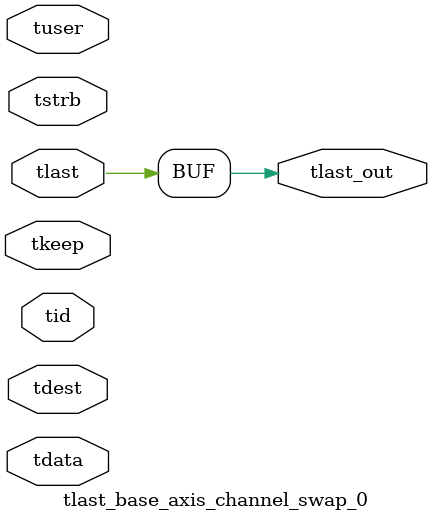
<source format=v>


`timescale 1ps/1ps

module tlast_base_axis_channel_swap_0 #
(
parameter C_S_AXIS_TID_WIDTH   = 1,
parameter C_S_AXIS_TUSER_WIDTH = 0,
parameter C_S_AXIS_TDATA_WIDTH = 0,
parameter C_S_AXIS_TDEST_WIDTH = 0
)
(
input  [(C_S_AXIS_TID_WIDTH   == 0 ? 1 : C_S_AXIS_TID_WIDTH)-1:0       ] tid,
input  [(C_S_AXIS_TDATA_WIDTH == 0 ? 1 : C_S_AXIS_TDATA_WIDTH)-1:0     ] tdata,
input  [(C_S_AXIS_TUSER_WIDTH == 0 ? 1 : C_S_AXIS_TUSER_WIDTH)-1:0     ] tuser,
input  [(C_S_AXIS_TDEST_WIDTH == 0 ? 1 : C_S_AXIS_TDEST_WIDTH)-1:0     ] tdest,
input  [(C_S_AXIS_TDATA_WIDTH/8)-1:0 ] tkeep,
input  [(C_S_AXIS_TDATA_WIDTH/8)-1:0 ] tstrb,
input  [0:0]                                                             tlast,
output                                                                   tlast_out
);

assign tlast_out = {tlast};

endmodule


</source>
